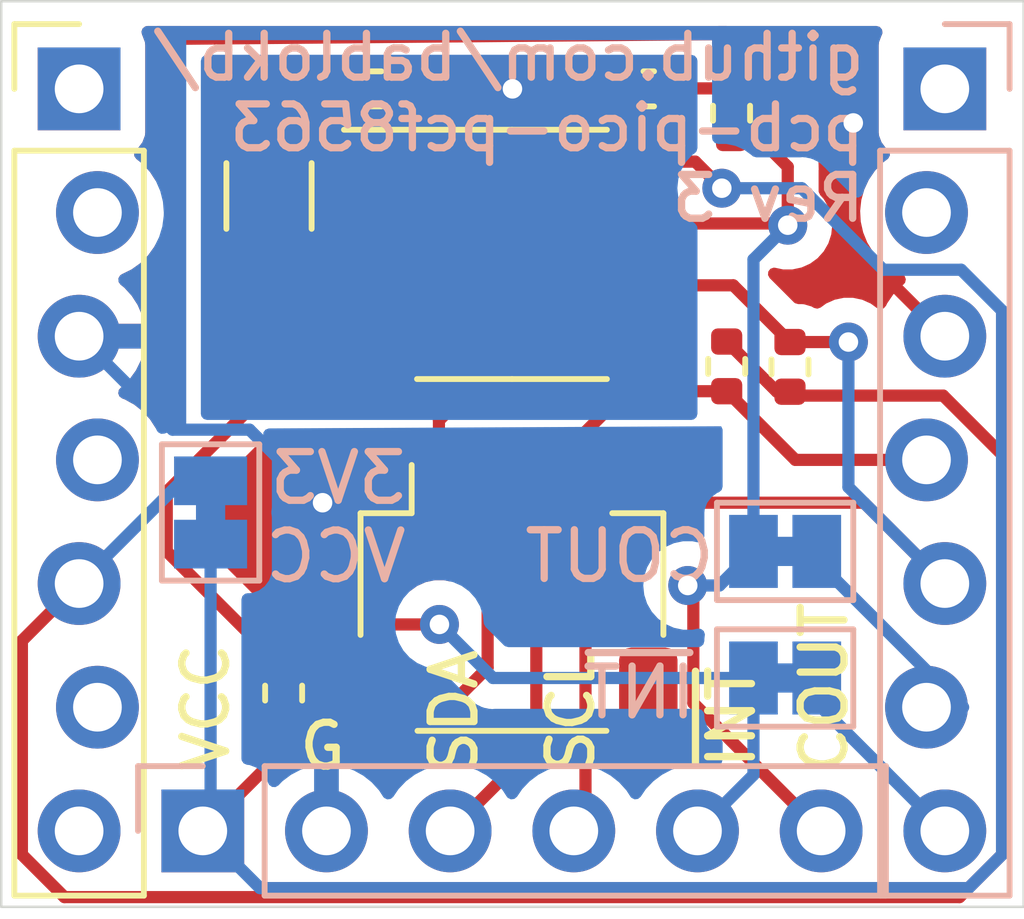
<source format=kicad_pcb>
(kicad_pcb (version 20211014) (generator pcbnew)
  (layers (0 "F.Cu" signal) (31 "B.Cu" signal) (34 "B.Paste" user) (35 "F.Paste" user) (36 "B.SilkS" user "B.Silkscreen") (37 "F.SilkS" user "F.Silkscreen") (38 "B.Mask" user) (39 "F.Mask" user) (44 "Edge.Cuts" user))
  (net 0 "")
  (net 1 "/GP4")
  (net 2 "GND")
  (net 3 "Net-(C2-Pad2)")
  (net 4 "VCC")
  (net 5 "/SDA")
  (net 6 "/SCL")
  (net 7 "/~{INT}")
  (net 8 "/COUT")
  (net 11 "/GP5")
  (net 15 "+3V3")
  (net 18 "Net-(U1-Pad2)")
  (footprint "Resistor_SMD:R_0402_1005Metric" (layer "F.Cu") (at 113.3 105.7 90)
    (fp_text reference "R4" hide)
    (fp_text value "10K" hide)
    (fp_line (start -0.153641 0.38) (end 0.153641 0.38) (layer "F.SilkS") (width 0.12))
    (fp_line (start -0.153641 -0.38) (end 0.153641 -0.38) (layer "F.SilkS") (width 0.12))
    (pad "1" smd roundrect (at -0.51 0 90) (size 0.54 0.64) (layers "F.Cu" "F.Paste" "F.Mask") (net 5 "/SDA"))
    (pad "2" smd roundrect (at 0.51 0 90) (size 0.54 0.64) (layers "F.Cu" "F.Paste" "F.Mask") (net 15 "+3V3"))
  )
  (footprint "Resistor_SMD:R_0402_1005Metric" (layer "F.Cu") (at 113.4 100.5 90)
    (fp_text reference "R2" hide)
    (fp_text value "10K" hide)
    (fp_line (start -0.153641 -0.38) (end 0.153641 -0.38) (layer "F.SilkS") (width 0.12))
    (fp_line (start -0.153641 0.38) (end 0.153641 0.38) (layer "F.SilkS") (width 0.12))
    (pad "1" smd roundrect (at -0.51 0 90) (size 0.54 0.64) (layers "F.Cu" "F.Paste" "F.Mask") (net 8 "/COUT"))
    (pad "2" smd roundrect (at 0.51 0 90) (size 0.54 0.64) (layers "F.Cu" "F.Paste" "F.Mask") (net 4 "VCC"))
  )
  (footprint "Capacitor_SMD:C_0402_1005Metric" (layer "F.Cu") (at 106.1 100 180)
    (fp_text reference "C2" hide)
    (fp_text value "22pF" hide)
    (fp_line (start -0.107836 0.36) (end 0.107836 0.36) (layer "F.SilkS") (width 0.12))
    (fp_line (start -0.107836 -0.36) (end 0.107836 -0.36) (layer "F.SilkS") (width 0.12))
    (pad "1" smd roundrect (at -0.48 0 180) (size 0.56 0.62) (layers "F.Cu" "F.Paste" "F.Mask") (net 2 "GND"))
    (pad "2" smd roundrect (at 0.48 0 180) (size 0.56 0.62) (layers "F.Cu" "F.Paste" "F.Mask") (net 3 "Net-(C2-Pad2)"))
  )
  (footprint "Resistor_SMD:R_0402_1005Metric" (layer "F.Cu") (at 104.2 112.41 -90)
    (fp_text reference "R3" hide)
    (fp_text value "10K" hide)
    (fp_line (start -0.153641 0.38) (end 0.153641 0.38) (layer "F.SilkS") (width 0.12))
    (fp_line (start -0.153641 -0.38) (end 0.153641 -0.38) (layer "F.SilkS") (width 0.12))
    (pad "1" smd roundrect (at -0.51 0 270) (size 0.54 0.64) (layers "F.Cu" "F.Paste" "F.Mask") (net 7 "/~{INT}"))
    (pad "2" smd roundrect (at 0.51 0 270) (size 0.54 0.64) (layers "F.Cu" "F.Paste" "F.Mask") (net 4 "VCC"))
  )
  (footprint "Connector_JST:JST_SH_SM04B-SRSS-TB_1x04-1MP_P1.00mm_Horizontal" (layer "F.Cu") (at 108.89 110.5)
    (property "Reference" "J1")
    (property "Value" "Stemma-QT_Qwicc")
    (fp_text reference "J1" hide)
    (fp_text value "Stemma-QT_Qwicc" hide)
    (fp_line (start -1.94 2.685) (end 1.94 2.685) (layer "F.SilkS") (width 0.12))
    (fp_line (start -3.11 0.715) (end -3.11 -1.785) (layer "F.SilkS") (width 0.12))
    (fp_line (start -2.06 -1.785) (end -2.06 -2.775) (layer "F.SilkS") (width 0.12))
    (fp_line (start -3.11 -1.785) (end -2.06 -1.785) (layer "F.SilkS") (width 0.12))
    (fp_line (start 3.11 -1.785) (end 2.06 -1.785) (layer "F.SilkS") (width 0.12))
    (fp_line (start 3.11 0.715) (end 3.11 -1.785) (layer "F.SilkS") (width 0.12))
    (pad "1" smd roundrect (at -1.5 -2) (size 0.6 1.55) (layers "F.Cu" "F.Paste" "F.Mask") (net 2 "GND"))
    (pad "2" smd roundrect (at -0.5 -2) (size 0.6 1.55) (layers "F.Cu" "F.Paste" "F.Mask") (net 4 "VCC"))
    (pad "3" smd roundrect (at 0.5 -2) (size 0.6 1.55) (layers "F.Cu" "F.Paste" "F.Mask") (net 5 "/SDA"))
    (pad "4" smd roundrect (at 1.5 -2) (size 0.6 1.55) (layers "F.Cu" "F.Paste" "F.Mask") (net 6 "/SCL"))
    (pad "MP" smd roundrect (at -2.8 1.875) (size 1.2 1.8) (layers "F.Cu" "F.Paste" "F.Mask") (roundrect_rratio 0.2083333333))
    (pad "MP" smd roundrect (at 2.8 1.875) (size 1.2 1.8) (layers "F.Cu" "F.Paste" "F.Mask") (roundrect_rratio 0.2083333333))
  )
  (footprint "Resistor_SMD:R_0402_1005Metric" (layer "F.Cu") (at 114.6 105.71 -90)
    (fp_text reference "R1" hide)
    (fp_text value "10K" hide)
    (fp_line (start -0.153641 -0.38) (end 0.153641 -0.38) (layer "F.SilkS") (width 0.12))
    (fp_line (start -0.153641 0.38) (end 0.153641 0.38) (layer "F.SilkS") (width 0.12))
    (pad "1" smd roundrect (at -0.51 0 270) (size 0.54 0.64) (layers "F.Cu" "F.Paste" "F.Mask") (net 6 "/SCL"))
    (pad "2" smd roundrect (at 0.51 0 270) (size 0.54 0.64) (layers "F.Cu" "F.Paste" "F.Mask") (net 15 "+3V3"))
  )
  (footprint "Capacitor_SMD:C_0402_1005Metric" (layer "F.Cu") (at 111.7 100 180)
    (fp_text reference "C1" hide)
    (fp_text value "100nF" hide)
    (fp_line (start -0.107836 -0.36) (end 0.107836 -0.36) (layer "F.SilkS") (width 0.12))
    (fp_line (start -0.107836 0.36) (end 0.107836 0.36) (layer "F.SilkS") (width 0.12))
    (pad "1" smd roundrect (at -0.48 0 180) (size 0.56 0.62) (layers "F.Cu" "F.Paste" "F.Mask") (net 4 "VCC"))
    (pad "2" smd roundrect (at 0.48 0 180) (size 0.56 0.62) (layers "F.Cu" "F.Paste" "F.Mask") (net 2 "GND"))
  )
  (footprint "user:Connector_1x7_no_solder" (layer "F.Cu") (at 100 100)
    (fp_text reference "J5" hide)
    (fp_text value "Pico Pin 40-34" hide)
    (fp_line (start 1.33 1.27) (end 1.33 16.57) (layer "F.SilkS") (width 0.12))
    (fp_line (start -1.33 1.27) (end 1.33 1.27) (layer "F.SilkS") (width 0.12))
    (fp_line (start -1.33 16.57) (end 1.33 16.57) (layer "F.SilkS") (width 0.12))
    (fp_line (start -1.33 1.27) (end -1.33 16.57) (layer "F.SilkS") (width 0.12))
    (fp_line (start -1.33 0) (end -1.33 -1.33) (layer "F.SilkS") (width 0.12))
    (fp_line (start -1.33 -1.33) (end 0 -1.33) (layer "F.SilkS") (width 0.12))
    (pad "1" thru_hole rect (at 0 0) (size 1.7 1.7) (drill 1) (layers *.Cu *.Mask))
    (pad "2" thru_hole oval (at 0.37625 2.54) (size 1.7 1.7) (drill 1) (layers *.Cu *.Mask))
    (pad "3" thru_hole oval (at 0 5.08) (size 1.7 1.7) (drill 1) (layers *.Cu *.Mask) (net 2 "GND"))
    (pad "4" thru_hole oval (at 0.37625 7.62) (size 1.7 1.7) (drill 1) (layers *.Cu *.Mask))
    (pad "5" thru_hole oval (at 0 10.16) (size 1.7 1.7) (drill 1) (layers *.Cu *.Mask) (net 15 "+3V3"))
    (pad "6" thru_hole oval (at 0.37625 12.7) (size 1.7 1.7) (drill 1) (layers *.Cu *.Mask))
    (pad "7" thru_hole oval (at 0 15.24) (size 1.7 1.7) (drill 1) (layers *.Cu *.Mask))
  )
  (footprint "Package_SO:SOIC-8_3.9x4.9mm_P1.27mm" (layer "F.Cu") (at 108.89 103.4)
    (fp_text reference "U1" hide)
    (fp_text value "PCF8563T" hide)
    (fp_line (start 0 -2.56) (end -3.45 -2.56) (layer "F.SilkS") (width 0.12))
    (fp_line (start 0 2.56) (end -1.95 2.56) (layer "F.SilkS") (width 0.12))
    (fp_line (start 0 -2.56) (end 1.95 -2.56) (layer "F.SilkS") (width 0.12))
    (fp_line (start 0 2.56) (end 1.95 2.56) (layer "F.SilkS") (width 0.12))
    (pad "1" smd roundrect (at -2.475 -1.905) (size 1.95 0.6) (layers "F.Cu" "F.Paste" "F.Mask") (net 3 "Net-(C2-Pad2)"))
    (pad "2" smd roundrect (at -2.475 -0.635) (size 1.95 0.6) (layers "F.Cu" "F.Paste" "F.Mask") (net 18 "Net-(U1-Pad2)"))
    (pad "3" smd roundrect (at -2.475 0.635) (size 1.95 0.6) (layers "F.Cu" "F.Paste" "F.Mask") (net 7 "/~{INT}"))
    (pad "4" smd roundrect (at -2.475 1.905) (size 1.95 0.6) (layers "F.Cu" "F.Paste" "F.Mask") (net 2 "GND"))
    (pad "5" smd roundrect (at 2.475 1.905) (size 1.95 0.6) (layers "F.Cu" "F.Paste" "F.Mask") (net 5 "/SDA"))
    (pad "6" smd roundrect (at 2.475 0.635) (size 1.95 0.6) (layers "F.Cu" "F.Paste" "F.Mask") (net 6 "/SCL"))
    (pad "7" smd roundrect (at 2.475 -0.635) (size 1.95 0.6) (layers "F.Cu" "F.Paste" "F.Mask") (net 8 "/COUT"))
    (pad "8" smd roundrect (at 2.475 -1.905) (size 1.95 0.6) (layers "F.Cu" "F.Paste" "F.Mask") (net 4 "VCC"))
  )
  (footprint "Crystal:Crystal_SMD_3215-2Pin_3.2x1.5mm" (layer "F.Cu") (at 103.9 102.2 -90)
    (fp_text reference "Y1" hide)
    (fp_text value "Crystal" hide)
    (fp_line (start -0.675 -0.875) (end 0.675 -0.875) (layer "F.SilkS") (width 0.12))
    (fp_line (start -0.675 0.875) (end 0.675 0.875) (layer "F.SilkS") (width 0.12))
    (pad "1" smd rect (at 1.25 0 270) (size 1 1.8) (layers "F.Cu" "F.Paste" "F.Mask") (net 18 "Net-(U1-Pad2)"))
    (pad "2" smd rect (at -1.25 0 270) (size 1 1.8) (layers "F.Cu" "F.Paste" "F.Mask") (net 3 "Net-(C2-Pad2)"))
  )
  (footprint "Connector_PinHeader_2.54mm:PinHeader_1x06_P2.54mm_Vertical" (layer "B.Cu") (at 102.54 115.24 -90)
    (property "Reference" "J2")
    (property "Value" "Ext_Conn")
    (fp_text reference "J2" hide)
    (fp_text value "Ext_Conn" hide)
    (fp_line (start 1.33 -1.27) (end 1.33 -14.03) (layer "B.SilkS") (width 0.12))
    (fp_line (start -1.33 -1.27) (end -1.33 -14.03) (layer "B.SilkS") (width 0.12))
    (fp_line (start -1.33 1.33) (end 0 1.33) (layer "B.SilkS") (width 0.12))
    (fp_line (start -1.33 -1.27) (end 1.33 -1.27) (layer "B.SilkS") (width 0.12))
    (fp_line (start -1.33 -14.03) (end 1.33 -14.03) (layer "B.SilkS") (width 0.12))
    (fp_line (start -1.33 0) (end -1.33 1.33) (layer "B.SilkS") (width 0.12))
    (pad "1" thru_hole rect (at 0 0 270) (size 1.7 1.7) (drill 1) (layers *.Cu *.Mask) (net 4 "VCC"))
    (pad "2" thru_hole oval (at 0 -2.54 270) (size 1.7 1.7) (drill 1) (layers *.Cu *.Mask) (net 2 "GND"))
    (pad "3" thru_hole oval (at 0 -5.08 270) (size 1.7 1.7) (drill 1) (layers *.Cu *.Mask) (net 5 "/SDA"))
    (pad "4" thru_hole oval (at 0 -7.62 270) (size 1.7 1.7) (drill 1) (layers *.Cu *.Mask) (net 6 "/SCL"))
    (pad "5" thru_hole oval (at 0 -10.16 270) (size 1.7 1.7) (drill 1) (layers *.Cu *.Mask) (net 7 "/~{INT}"))
    (pad "6" thru_hole oval (at 0 -12.7 270) (size 1.7 1.7) (drill 1) (layers *.Cu *.Mask) (net 8 "/COUT"))
  )
  (footprint "Jumper:SolderJumper-2_P1.3mm_Bridged_Pad1.0x1.5mm" (layer "B.Cu") (at 114.5 109.5 180)
    (fp_text reference "JP2" hide)
    (fp_text value "COUT_Jumper" hide)
    (fp_poly (pts (xy -0.25 0.3) (xy 0.25 0.3) (xy 0.25 -0.3) (xy -0.25 -0.3)) (layer "B.Cu") (width 0) (fill solid))
    (fp_line (start 1.4 1) (end 1.4 -1) (layer "B.SilkS") (width 0.12))
    (fp_line (start 1.4 -1) (end -1.4 -1) (layer "B.SilkS") (width 0.12))
    (fp_line (start -1.4 -1) (end -1.4 1) (layer "B.SilkS") (width 0.12))
    (fp_line (start -1.4 1) (end 1.4 1) (layer "B.SilkS") (width 0.12))
    (pad "1" smd rect (at -0.65 0 180) (size 1 1.5) (layers "B.Cu" "B.Mask") (net 1 "/GP4"))
    (pad "2" smd rect (at 0.65 0 180) (size 1 1.5) (layers "B.Cu" "B.Mask") (net 8 "/COUT"))
  )
  (footprint "Jumper:SolderJumper-2_P1.3mm_Bridged_Pad1.0x1.5mm" (layer "B.Cu") (at 114.5 112.1 180)
    (fp_text reference "JP3" hide)
    (fp_text value "~{INT}_Jumper" hide)
    (fp_poly (pts (xy -0.25 0.3) (xy 0.25 0.3) (xy 0.25 -0.3) (xy -0.25 -0.3)) (layer "B.Cu") (width 0) (fill solid))
    (fp_line (start -1.4 -1) (end -1.4 1) (layer "B.SilkS") (width 0.12))
    (fp_line (start 1.4 -1) (end -1.4 -1) (layer "B.SilkS") (width 0.12))
    (fp_line (start 1.4 1) (end 1.4 -1) (layer "B.SilkS") (width 0.12))
    (fp_line (start -1.4 1) (end 1.4 1) (layer "B.SilkS") (width 0.12))
    (pad "1" smd rect (at -0.65 0 180) (size 1 1.5) (layers "B.Cu" "B.Mask") (net 11 "/GP5"))
    (pad "2" smd rect (at 0.65 0 180) (size 1 1.5) (layers "B.Cu" "B.Mask") (net 7 "/~{INT}"))
  )
  (footprint "user:Connector_1x7_no_solder" (layer "B.Cu") (at 117.78 100 180)
    (fp_text reference "J4" hide)
    (fp_text value "Pico Pin 1-7" hide)
    (fp_line (start -1.33 1.33) (end 0 1.33) (layer "B.SilkS") (width 0.12))
    (fp_line (start -1.33 -16.57) (end 1.33 -16.57) (layer "B.SilkS") (width 0.12))
    (fp_line (start 1.33 -1.27) (end 1.33 -16.57) (layer "B.SilkS") (width 0.12))
    (fp_line (start -1.33 -1.27) (end 1.33 -1.27) (layer "B.SilkS") (width 0.12))
    (fp_line (start -1.33 0) (end -1.33 1.33) (layer "B.SilkS") (width 0.12))
    (fp_line (start -1.33 -1.27) (end -1.33 -16.57) (layer "B.SilkS") (width 0.12))
    (pad "1" thru_hole rect (at 0 0 180) (size 1.7 1.7) (drill 1) (layers *.Cu *.Mask))
    (pad "2" thru_hole oval (at 0.37625 -2.54 180) (size 1.7 1.7) (drill 1) (layers *.Cu *.Mask))
    (pad "3" thru_hole oval (at 0 -5.08 180) (size 1.7 1.7) (drill 1) (layers *.Cu *.Mask) (net 2 "GND"))
    (pad "4" thru_hole oval (at 0.37625 -7.62 180) (size 1.7 1.7) (drill 1) (layers *.Cu *.Mask) (net 5 "/SDA"))
    (pad "5" thru_hole oval (at 0 -10.16 180) (size 1.7 1.7) (drill 1) (layers *.Cu *.Mask) (net 6 "/SCL"))
    (pad "6" thru_hole oval (at 0.37625 -12.7 180) (size 1.7 1.7) (drill 1) (layers *.Cu *.Mask) (net 1 "/GP4"))
    (pad "7" thru_hole oval (at 0 -15.24 180) (size 1.7 1.7) (drill 1) (layers *.Cu *.Mask) (net 11 "/GP5"))
  )
  (footprint "Jumper:SolderJumper-2_P1.3mm_Bridged_Pad1.0x1.5mm" (layer "B.Cu") (at 102.7 108.7 -90)
    (fp_text reference "JP1" hide)
    (fp_text value "3V3_Jumper" hide)
    (fp_poly (pts (xy -0.25 0.3) (xy 0.25 0.3) (xy 0.25 -0.3) (xy -0.25 -0.3)) (layer "B.Cu") (width 0) (fill solid))
    (fp_line (start 1.4 -1) (end -1.4 -1) (layer "B.SilkS") (width 0.12))
    (fp_line (start -1.4 1) (end 1.4 1) (layer "B.SilkS") (width 0.12))
    (fp_line (start -1.4 -1) (end -1.4 1) (layer "B.SilkS") (width 0.12))
    (fp_line (start 1.4 1) (end 1.4 -1) (layer "B.SilkS") (width 0.12))
    (pad "1" smd rect (at -0.65 0 270) (size 1 1.5) (layers "B.Cu" "B.Mask") (net 15 "+3V3"))
    (pad "2" smd rect (at 0.65 0 270) (size 1 1.5) (layers "B.Cu" "B.Mask") (net 4 "VCC"))
  )
  (gr_rect (start 98.4 98.2) (end 119.4 116.8) (layer "Edge.Cuts") (width 0.05) (fill none))
  (gr_text "github.com/bablokb/\npcb-pico-pcf8563\nRev 3" (at 116.2 100.8) (layer "B.SilkS") (effects (font (size 0.9 0.9)) (justify left mirror)))
  (gr_text "~{INT}" (at 111.5 112.4) (layer "B.SilkS") (effects (font (size 1 1)) (justify mirror)))
  (gr_text "3V3\nVCC" (at 106.8 108.8) (layer "B.SilkS") (effects (font (size 1 1)) (justify left mirror)))
  (gr_text "COUT" (at 111.1 109.6) (layer "B.SilkS") (effects (font (size 1 1)) (justify mirror)))
  (gr_text "VCC" (at 102.6 112.7 90) (layer "F.SilkS") (effects (font (size 0.9 0.9))))
  (gr_text "COUT" (at 115.3 112.3 90) (layer "F.SilkS") (effects (font (size 0.9 0.9))))
  (gr_text "~{INT}" (at 113.4 112.9 90) (layer "F.SilkS") (effects (font (size 0.9 0.9))))
  (gr_text "SCL" (at 110.1 112.8 90) (layer "F.SilkS") (effects (font (size 0.9 0.9))))
  (gr_text "SDA" (at 107.7 112.8 90) (layer "F.SilkS") (effects (font (size 0.9 0.9))))
  (gr_text "G" (at 105 113.5) (layer "F.SilkS") (effects (font (size 0.9 0.9))))
  (segment (start 115.15 109.69375) (end 118.15625 112.7) (width 0.25) (layer "B.Cu") (net 1))
  (segment (start 115.15 109.5) (end 115.15 109.69375) (width 0.25) (layer "B.Cu") (net 1))
  (segment (start 107.39 106.81) (end 107.9 106.3) (width 0.25) (layer "F.Cu") (net 2))
  (segment (start 107.39 108.5) (end 107.39 106.81) (width 0.25) (layer "F.Cu") (net 2))
  (segment (start 117.78 105.08) (end 115.9 103.2) (width 0.25) (layer "F.Cu") (net 2))
  (segment (start 115.9 103.2) (end 115.9 100.7) (width 0.25) (layer "F.Cu") (net 2))
  (via (at 108.9 100) (size 0.8) (drill 0.4) (layers "F.Cu" "B.Cu") (net 2))
  (via (at 115.9 100.7) (size 0.8) (drill 0.4) (layers "F.Cu" "B.Cu") (net 2))
  (via (at 105 108.5) (size 0.8) (drill 0.4) (layers "F.Cu" "B.Cu") (net 2))
  (segment (start 101.92 107) (end 100 105.08) (width 0.25) (layer "B.Cu") (net 2))
  (segment (start 105 108.5) (end 103.5 107) (width 0.25) (layer "B.Cu") (net 2))
  (segment (start 103.5 107) (end 101.92 107) (width 0.25) (layer "B.Cu") (net 2))
  (segment (start 103.95 101) (end 105.92 101) (width 0.25) (layer "F.Cu") (net 3))
  (segment (start 106.06 101.14) (end 106.415 101.495) (width 0.25) (layer "F.Cu") (net 3))
  (segment (start 105.62 100) (end 105.62 100.7) (width 0.25) (layer "F.Cu") (net 3))
  (segment (start 105.92 101) (end 106.06 101.14) (width 0.25) (layer "F.Cu") (net 3))
  (segment (start 103.9 100.95) (end 103.95 101) (width 0.25) (layer "F.Cu") (net 3))
  (segment (start 105.62 100.7) (end 106.06 101.14) (width 0.25) (layer "F.Cu") (net 3))
  (segment (start 104.2 113.58) (end 102.54 115.24) (width 0.25) (layer "F.Cu") (net 4))
  (segment (start 112.6545 101.495) (end 111.365 101.495) (width 0.25) (layer "F.Cu") (net 4))
  (segment (start 112.18 100.68) (end 112.18 100) (width 0.25) (layer "F.Cu") (net 4))
  (segment (start 111.365 101.495) (end 112.18 100.68) (width 0.25) (layer "F.Cu") (net 4))
  (segment (start 104.88 113.6) (end 106.678173 113.6) (width 0.25) (layer "F.Cu") (net 4))
  (segment (start 104.2 112.92) (end 104.2 113.58) (width 0.25) (layer "F.Cu") (net 4))
  (segment (start 106.678173 113.6) (end 108.39 111.888173) (width 0.25) (layer "F.Cu") (net 4))
  (segment (start 104.2 112.92) (end 104.88 113.6) (width 0.25) (layer "F.Cu") (net 4))
  (segment (start 112.19 99.99) (end 112.18 100) (width 0.25) (layer "F.Cu") (net 4))
  (segment (start 108.39 111.888173) (end 108.39 108.5) (width 0.25) (layer "F.Cu") (net 4))
  (segment (start 113.4 99.99) (end 112.19 99.99) (width 0.25) (layer "F.Cu") (net 4))
  (segment (start 113.2 102.0405) (end 112.6545 101.495) (width 0.25) (layer "F.Cu") (net 4))
  (via (at 113.2 102.0405) (size 0.8) (drill 0.4) (layers "F.Cu" "B.Cu") (net 4))
  (segment (start 116.515 103.715) (end 114.8405 102.0405) (width 0.25) (layer "B.Cu") (net 4))
  (segment (start 102.7 115.08) (end 102.54 115.24) (width 0.25) (layer "B.Cu") (net 4))
  (segment (start 102.54 115.24) (end 103.715 116.415) (width 0.25) (layer "B.Cu") (net 4))
  (segment (start 118.266701 116.415) (end 118.955 115.726701) (width 0.25) (layer "B.Cu") (net 4))
  (segment (start 102.7 109.35) (end 102.7 115.08) (width 0.25) (layer "B.Cu") (net 4))
  (segment (start 118.115 103.715) (end 116.515 103.715) (width 0.25) (layer "B.Cu") (net 4))
  (segment (start 118.955 104.555) (end 118.115 103.715) (width 0.25) (layer "B.Cu") (net 4))
  (segment (start 103.715 116.415) (end 118.266701 116.415) (width 0.25) (layer "B.Cu") (net 4))
  (segment (start 114.8405 102.0405) (end 113.2 102.0405) (width 0.25) (layer "B.Cu") (net 4))
  (segment (start 118.955 115.726701) (end 118.955 104.555) (width 0.25) (layer "B.Cu") (net 4))
  (segment (start 109.39 108.053249) (end 111.365 106.078249) (width 0.25) (layer "F.Cu") (net 5))
  (segment (start 109.39 108.5) (end 109.39 108.053249) (width 0.25) (layer "F.Cu") (net 5))
  (segment (start 117.40375 107.62) (end 114.71 107.62) (width 0.25) (layer "F.Cu") (net 5))
  (segment (start 107.62 115.24) (end 109.39 113.47) (width 0.25) (layer "F.Cu") (net 5))
  (segment (start 114.71 107.62) (end 113.3 106.21) (width 0.25) (layer "F.Cu") (net 5))
  (segment (start 112.27 106.21) (end 111.365 105.305) (width 0.25) (layer "F.Cu") (net 5))
  (segment (start 113.3 106.21) (end 112.27 106.21) (width 0.25) (layer "F.Cu") (net 5))
  (segment (start 111.365 106.078249) (end 111.365 105.305) (width 0.25) (layer "F.Cu") (net 5))
  (segment (start 109.39 113.47) (end 109.39 108.5) (width 0.25) (layer "F.Cu") (net 5))
  (segment (start 110.16 115.24) (end 110.4 115) (width 0.25) (layer "F.Cu") (net 6))
  (segment (start 110.4 115) (end 110.4 108.51) (width 0.25) (layer "F.Cu") (net 6))
  (segment (start 110.4 108.51) (end 110.39 108.5) (width 0.25) (layer "F.Cu") (net 6))
  (segment (start 114.6 105.2) (end 115.8 105.2) (width 0.25) (layer "F.Cu") (net 6))
  (segment (start 110.39 108.5) (end 116.12 108.5) (width 0.25) (layer "F.Cu") (net 6))
  (segment (start 113.435 104.035) (end 114.6 105.2) (width 0.25) (layer "F.Cu") (net 6))
  (segment (start 111.365 104.035) (end 113.435 104.035) (width 0.25) (layer "F.Cu") (net 6))
  (segment (start 116.12 108.5) (end 117.78 110.16) (width 0.25) (layer "F.Cu") (net 6))
  (via (at 115.8 105.2) (size 0.8) (drill 0.4) (layers "F.Cu" "B.Cu") (net 6))
  (segment (start 115.8 108.18) (end 117.78 110.16) (width 0.25) (layer "B.Cu") (net 6))
  (segment (start 115.8 105.2) (end 115.8 108.18) (width 0.25) (layer "B.Cu") (net 6))
  (segment (start 104.2 111.9) (end 105.1 111) (width 0.25) (layer "F.Cu") (net 7))
  (segment (start 106.038249 104.035) (end 106.415 104.035) (width 0.25) (layer "F.Cu") (net 7))
  (segment (start 101.8 108.273249) (end 101.8 109.5) (width 0.25) (layer "F.Cu") (net 7))
  (segment (start 101.8 109.5) (end 104.2 111.9) (width 0.25) (layer "F.Cu") (net 7))
  (segment (start 105.1 111) (end 107.4 111) (width 0.25) (layer "F.Cu") (net 7))
  (segment (start 106.038249 104.035) (end 101.8 108.273249) (width 0.25) (layer "F.Cu") (net 7))
  (via (at 107.4 111) (size 0.8) (drill 0.4) (layers "F.Cu" "B.Cu") (net 7))
  (segment (start 113.85 114.09) (end 113.85 112.1) (width 0.25) (layer "B.Cu") (net 7))
  (segment (start 107.4 111) (end 108.5 112.1) (width 0.25) (layer "B.Cu") (net 7))
  (segment (start 112.7 115.24) (end 113.85 114.09) (width 0.25) (layer "B.Cu") (net 7))
  (segment (start 108.5 112.1) (end 113.85 112.1) (width 0.25) (layer "B.Cu") (net 7))
  (segment (start 112.5 110.2) (end 112.615 110.315) (width 0.25) (layer "F.Cu") (net 8))
  (segment (start 111.365 102.765) (end 114.519 102.765) (width 0.25) (layer "F.Cu") (net 8))
  (segment (start 112.615 112.615) (end 115.24 115.24) (width 0.25) (layer "F.Cu") (net 8))
  (segment (start 114.519 102.765) (end 114.554 102.8) (width 0.25) (layer "F.Cu") (net 8))
  (segment (start 113.964 101.01) (end 114.554 101.6) (width 0.25) (layer "F.Cu") (net 8))
  (segment (start 113.4 101.01) (end 113.964 101.01) (width 0.25) (layer "F.Cu") (net 8))
  (segment (start 114.554 101.6) (end 114.554 102.8) (width 0.25) (layer "F.Cu") (net 8))
  (segment (start 112.615 110.315) (end 112.615 112.615) (width 0.25) (layer "F.Cu") (net 8))
  (via (at 112.5 110.2) (size 0.8) (drill 0.4) (layers "F.Cu" "B.Cu") (net 8))
  (via (at 114.554 102.8) (size 0.8) (drill 0.4) (layers "F.Cu" "B.Cu") (net 8))
  (segment (start 113.85 109.5) (end 113.85 103.504) (width 0.25) (layer "B.Cu") (net 8))
  (segment (start 112.5 110.2) (end 113.15 110.2) (width 0.25) (layer "B.Cu") (net 8))
  (segment (start 113.85 103.504) (end 114.554 102.8) (width 0.25) (layer "B.Cu") (net 8))
  (segment (start 113.15 110.2) (end 113.85 109.5) (width 0.25) (layer "B.Cu") (net 8))
  (segment (start 115.15 112.1) (end 115.15 112.61) (width 0.25) (layer "B.Cu") (net 11))
  (segment (start 115.15 112.61) (end 117.78 115.24) (width 0.25) (layer "B.Cu") (net 11))
  (segment (start 119 107.554549) (end 117.745451 106.3) (width 0.25) (layer "F.Cu") (net 15))
  (segment (start 119 115.681701) (end 119 107.554549) (width 0.25) (layer "F.Cu") (net 15))
  (segment (start 114.33 106.22) (end 113.3 105.19) (width 0.25) (layer "F.Cu") (net 15))
  (segment (start 100 110.16) (end 98.825 111.335) (width 0.25) (layer "F.Cu") (net 15))
  (segment (start 114.68 106.3) (end 114.6 106.22) (width 0.25) (layer "F.Cu") (net 15))
  (segment (start 99.698299 116.6) (end 118.081701 116.6) (width 0.25) (layer "F.Cu") (net 15))
  (segment (start 118.081701 116.6) (end 119 115.681701) (width 0.25) (layer "F.Cu") (net 15))
  (segment (start 98.825 115.726701) (end 99.698299 116.6) (width 0.25) (layer "F.Cu") (net 15))
  (segment (start 114.6 106.22) (end 114.33 106.22) (width 0.25) (layer "F.Cu") (net 15))
  (segment (start 98.825 111.335) (end 98.825 115.726701) (width 0.25) (layer "F.Cu") (net 15))
  (segment (start 117.745451 106.3) (end 114.68 106.3) (width 0.25) (layer "F.Cu") (net 15))
  (segment (start 100 110.16) (end 102.11 108.05) (width 0.25) (layer "B.Cu") (net 15))
  (segment (start 102.11 108.05) (end 102.7 108.05) (width 0.25) (layer "B.Cu") (net 15))
  (segment (start 103.9 103.45) (end 104.05 103.3) (width 0.25) (layer "F.Cu") (net 18))
  (segment (start 105.88 103.3) (end 106.415 102.765) (width 0.25) (layer "F.Cu") (net 18))
  (segment (start 104.05 103.3) (end 105.88 103.3) (width 0.25) (layer "F.Cu") (net 18))
  (zone (net 2) (net_name "GND") (layer "F.Cu") (connect_pads (clearance 0.508)) (min_thickness 0.254) (fill yes (thermal_gap 0.508) (thermal_bridge_width 0.508))
    (polygon (pts (xy 119.3 98.3) (xy 119.3 107.5) (xy 113 107.5) (xy 113 98.2)))
  )
  (zone (net 2) (net_name "GND") (layer "F.Cu") (connect_pads (clearance 0.508)) (min_thickness 0.254) (fill yes (thermal_gap 0.508) (thermal_bridge_width 0.508))
    (polygon (pts (xy 110.1 106.7) (xy 107.7 106.7) (xy 107.7 100.6) (xy 110.1 100.6)))
  )
  (zone (net 2) (net_name "GND") (layer "F.Cu") (connect_pads (clearance 0.508)) (min_thickness 0.254) (fill yes (thermal_gap 0.508) (thermal_bridge_width 0.508))
    (polygon (pts (xy 108 105.8) (xy 106.6 105.8) (xy 106.6 104.8) (xy 108 104.8)))
  )
  (zone (net 2) (net_name "GND") (layer "F.Cu") (connect_pads (clearance 0.508)) (min_thickness 0.254) (fill yes (thermal_gap 0.508) (thermal_bridge_width 0.508))
    (polygon (pts (xy 111.6 100.7) (xy 106.1 100.7) (xy 106.1 99.5) (xy 111.6 99.5)))
  )
  (zone (net 2) (net_name "GND") (layer "F.Cu") (connect_pads (clearance 0.508)) (min_thickness 0.254) (fill yes (thermal_gap 0.508) (thermal_bridge_width 0.508))
    (polygon (pts (xy 113.3 99) (xy 101.6 99.1) (xy 101.6 98.4) (xy 113.3 98.4)))
  )
  (zone (net 2) (net_name "GND") (layer "F.Cu") (connect_pads (clearance 0.508)) (min_thickness 0.254) (fill yes (thermal_gap 0.508) (thermal_bridge_width 0.508))
    (polygon (pts (xy 119.3 116.8) (xy 98.6 116.7) (xy 98.5 107.2) (xy 119.3 107.2)))
  )
  (zone (net 2) (net_name "GND") (layer "F.Cu") (connect_pads (clearance 0.508)) (min_thickness 0.254) (fill yes (thermal_gap 0.508) (thermal_bridge_width 0.508))
    (polygon (pts (xy 101.8 107.7) (xy 98.5 107.7) (xy 98.5 98.3) (xy 101.8 98.3)))
  )
  (zone (net 2) (net_name "GND") (layer "B.Cu") (connect_pads (clearance 0.508)) (min_thickness 0.254) (fill yes (thermal_gap 0.508) (thermal_bridge_width 0.508))
    (polygon (pts (xy 119.3 116.8) (xy 98.5 116.7) (xy 98.500481 106.999998) (xy 119.300481 106.899998)))
  )
  (zone (net 2) (net_name "GND") (layer "B.Cu") (connect_pads (clearance 0.508)) (min_thickness 0.254) (fill yes (thermal_gap 0.508) (thermal_bridge_width 0.508))
    (polygon (pts (xy 113.3 99) (xy 101.6 99) (xy 101.6 98.4) (xy 113.3 98.4)))
  )
  (zone (net 2) (net_name "GND") (layer "B.Cu") (connect_pads (clearance 0.508)) (min_thickness 0.254) (fill yes (thermal_gap 0.508) (thermal_bridge_width 0.508))
    (polygon (pts (xy 102.2 107.1) (xy 98.5 107.1) (xy 98.5 98.3) (xy 102.2 98.3)))
  )
  (zone (net 2) (net_name "GND") (layer "B.Cu") (connect_pads (clearance 0.508)) (min_thickness 0.254) (fill yes (thermal_gap 0.508) (thermal_bridge_width 0.508))
    (polygon (pts (xy 112.7 106.8) (xy 102.5 106.8) (xy 102.5 99.3) (xy 112.7 99.3)))
  )
  (zone (net 2) (net_name "GND") (layer "B.Cu") (connect_pads (clearance 0.508)) (min_thickness 0.254) (fill yes (thermal_gap 0.508) (thermal_bridge_width 0.508))
    (polygon (pts (xy 119.3 107.1) (xy 113 107.1) (xy 113 98.3) (xy 119.3 98.3)))
  )
)
</source>
